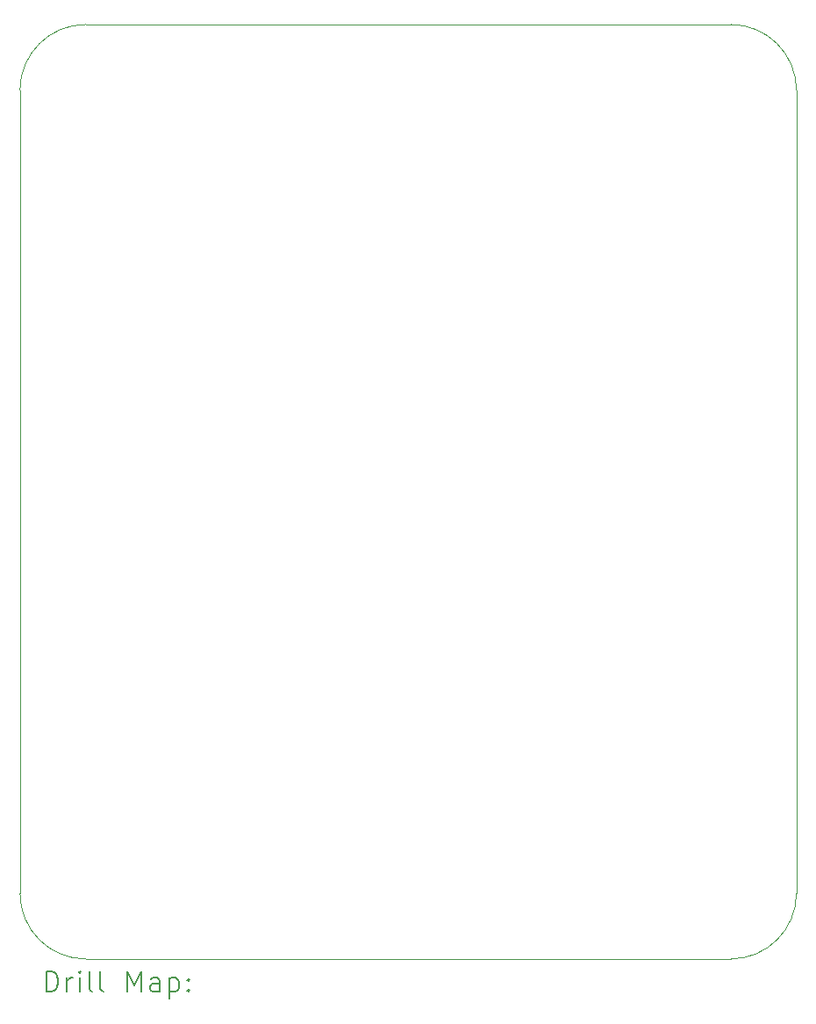
<source format=gbr>
%TF.GenerationSoftware,KiCad,Pcbnew,(6.0.9)*%
%TF.CreationDate,2025-05-26T15:33:48-04:00*%
%TF.ProjectId,Seven Segment Display,53657665-6e20-4536-9567-6d656e742044,1*%
%TF.SameCoordinates,Original*%
%TF.FileFunction,Drillmap*%
%TF.FilePolarity,Positive*%
%FSLAX45Y45*%
G04 Gerber Fmt 4.5, Leading zero omitted, Abs format (unit mm)*
G04 Created by KiCad (PCBNEW (6.0.9)) date 2025-05-26 15:33:48*
%MOMM*%
%LPD*%
G01*
G04 APERTURE LIST*
%ADD10C,0.100000*%
%ADD11C,0.200000*%
G04 APERTURE END LIST*
D10*
X5461000Y-4318000D02*
G75*
G03*
X4826000Y-4953000I0J-635000D01*
G01*
X4826000Y-12700000D02*
G75*
G03*
X5461000Y-13335000I635000J0D01*
G01*
X11684000Y-13335000D02*
G75*
G03*
X12319000Y-12700000I0J635000D01*
G01*
X12319000Y-4953000D02*
X12319000Y-12700000D01*
X12319000Y-4953000D02*
G75*
G03*
X11684000Y-4318000I-635000J0D01*
G01*
X5461000Y-4318000D02*
X11684000Y-4318000D01*
X4826000Y-12700000D02*
X4826000Y-4953000D01*
X11684000Y-13335000D02*
X5461000Y-13335000D01*
D11*
X5078619Y-13650476D02*
X5078619Y-13450476D01*
X5126238Y-13450476D01*
X5154810Y-13460000D01*
X5173857Y-13479048D01*
X5183381Y-13498095D01*
X5192905Y-13536190D01*
X5192905Y-13564762D01*
X5183381Y-13602857D01*
X5173857Y-13621905D01*
X5154810Y-13640952D01*
X5126238Y-13650476D01*
X5078619Y-13650476D01*
X5278619Y-13650476D02*
X5278619Y-13517143D01*
X5278619Y-13555238D02*
X5288143Y-13536190D01*
X5297667Y-13526667D01*
X5316714Y-13517143D01*
X5335762Y-13517143D01*
X5402429Y-13650476D02*
X5402429Y-13517143D01*
X5402429Y-13450476D02*
X5392905Y-13460000D01*
X5402429Y-13469524D01*
X5411952Y-13460000D01*
X5402429Y-13450476D01*
X5402429Y-13469524D01*
X5526238Y-13650476D02*
X5507190Y-13640952D01*
X5497667Y-13621905D01*
X5497667Y-13450476D01*
X5631000Y-13650476D02*
X5611952Y-13640952D01*
X5602428Y-13621905D01*
X5602428Y-13450476D01*
X5859571Y-13650476D02*
X5859571Y-13450476D01*
X5926238Y-13593333D01*
X5992905Y-13450476D01*
X5992905Y-13650476D01*
X6173857Y-13650476D02*
X6173857Y-13545714D01*
X6164333Y-13526667D01*
X6145286Y-13517143D01*
X6107190Y-13517143D01*
X6088143Y-13526667D01*
X6173857Y-13640952D02*
X6154809Y-13650476D01*
X6107190Y-13650476D01*
X6088143Y-13640952D01*
X6078619Y-13621905D01*
X6078619Y-13602857D01*
X6088143Y-13583809D01*
X6107190Y-13574286D01*
X6154809Y-13574286D01*
X6173857Y-13564762D01*
X6269095Y-13517143D02*
X6269095Y-13717143D01*
X6269095Y-13526667D02*
X6288143Y-13517143D01*
X6326238Y-13517143D01*
X6345286Y-13526667D01*
X6354809Y-13536190D01*
X6364333Y-13555238D01*
X6364333Y-13612381D01*
X6354809Y-13631428D01*
X6345286Y-13640952D01*
X6326238Y-13650476D01*
X6288143Y-13650476D01*
X6269095Y-13640952D01*
X6450048Y-13631428D02*
X6459571Y-13640952D01*
X6450048Y-13650476D01*
X6440524Y-13640952D01*
X6450048Y-13631428D01*
X6450048Y-13650476D01*
X6450048Y-13526667D02*
X6459571Y-13536190D01*
X6450048Y-13545714D01*
X6440524Y-13536190D01*
X6450048Y-13526667D01*
X6450048Y-13545714D01*
M02*

</source>
